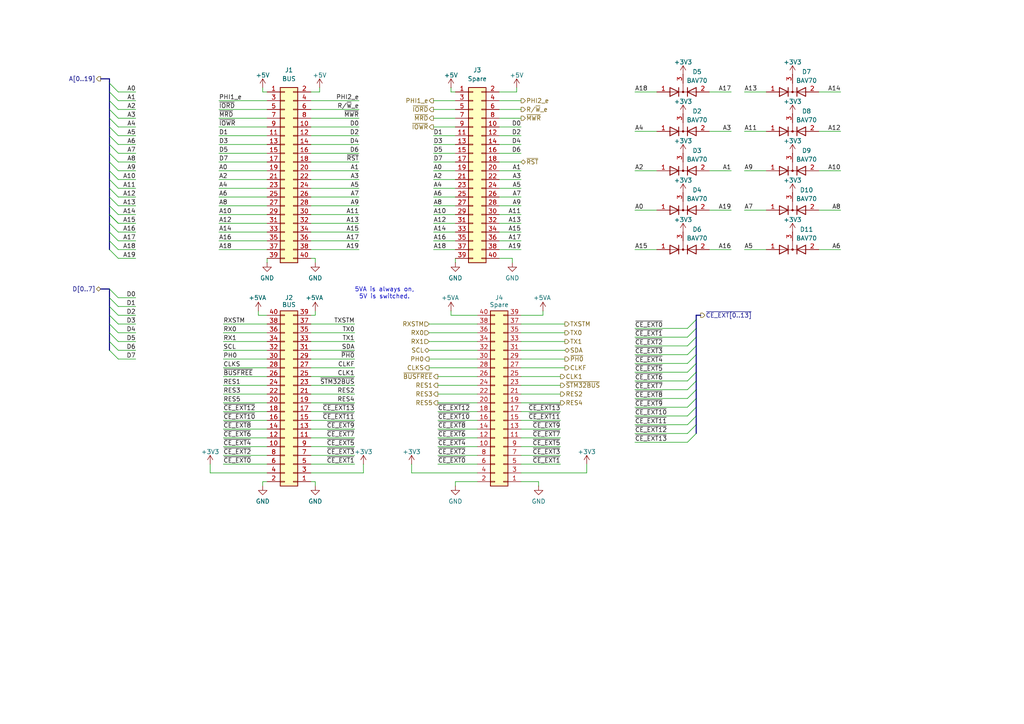
<source format=kicad_sch>
(kicad_sch (version 20231120) (generator "eeschema") (generator_version "8.0")
  (paper "A4")
  (title_block (title "Unicomp v3 - RAMROM Board") (date "2024-05-13") (rev "v1.0") (company "100% Offner") (comment 1 "v1.0: Initial"))
  (lib_symbols
    (symbol "Connector_Generic:Conn_02x20_Odd_Even" (pin_names (offset 1.016) hide)
      (property "Reference" "J" (at 1.27 25.4 0))
      (property "Value" "Conn_02x20_Odd_Even" (at 1.27 -27.94 0))
      (symbol "Conn_02x20_Odd_Even_1_1"
        (rectangle (start -1.27 -25.273) (end 0 -25.527) (stroke (width 0.1524)))
        (rectangle (start -1.27 -22.733) (end 0 -22.987) (stroke (width 0.1524)))
        (rectangle (start -1.27 -20.193) (end 0 -20.447) (stroke (width 0.1524)))
        (rectangle (start -1.27 -17.653) (end 0 -17.907) (stroke (width 0.1524)))
        (rectangle (start -1.27 -15.113) (end 0 -15.367) (stroke (width 0.1524)))
        (rectangle (start -1.27 -12.573) (end 0 -12.827) (stroke (width 0.1524)))
        (rectangle (start -1.27 -10.033) (end 0 -10.287) (stroke (width 0.1524)))
        (rectangle (start -1.27 -7.493) (end 0 -7.747) (stroke (width 0.1524)))
        (rectangle (start -1.27 -4.953) (end 0 -5.207) (stroke (width 0.1524)))
        (rectangle (start -1.27 -2.413) (end 0 -2.667) (stroke (width 0.1524)))
        (rectangle (start -1.27 0.127) (end 0 -0.127) (stroke (width 0.1524)))
        (rectangle (start -1.27 2.667) (end 0 2.413) (stroke (width 0.1524)))
        (rectangle (start -1.27 5.207) (end 0 4.953) (stroke (width 0.1524)))
        (rectangle (start -1.27 7.747) (end 0 7.493) (stroke (width 0.1524)))
        (rectangle (start -1.27 10.287) (end 0 10.033) (stroke (width 0.1524)))
        (rectangle (start -1.27 12.827) (end 0 12.573) (stroke (width 0.1524)))
        (rectangle (start -1.27 15.367) (end 0 15.113) (stroke (width 0.1524)))
        (rectangle (start -1.27 17.907) (end 0 17.653) (stroke (width 0.1524)))
        (rectangle (start -1.27 20.447) (end 0 20.193) (stroke (width 0.1524)))
        (rectangle (start -1.27 22.987) (end 0 22.733) (stroke (width 0.1524)))
        (rectangle (start -1.27 24.13) (end 3.81 -26.67) (stroke (width 0.254)) (fill (type background)))
        (rectangle (start 3.81 -25.273) (end 2.54 -25.527) (stroke (width 0.1524)))
        (rectangle (start 3.81 -22.733) (end 2.54 -22.987) (stroke (width 0.1524)))
        (rectangle (start 3.81 -20.193) (end 2.54 -20.447) (stroke (width 0.1524)))
        (rectangle (start 3.81 -17.653) (end 2.54 -17.907) (stroke (width 0.1524)))
        (rectangle (start 3.81 -15.113) (end 2.54 -15.367) (stroke (width 0.1524)))
        (rectangle (start 3.81 -12.573) (end 2.54 -12.827) (stroke (width 0.1524)))
        (rectangle (start 3.81 -10.033) (end 2.54 -10.287) (stroke (width 0.1524)))
        (rectangle (start 3.81 -7.493) (end 2.54 -7.747) (stroke (width 0.1524)))
        (rectangle (start 3.81 -4.953) (end 2.54 -5.207) (stroke (width 0.1524)))
        (rectangle (start 3.81 -2.413) (end 2.54 -2.667) (stroke (width 0.1524)))
        (rectangle (start 3.81 0.127) (end 2.54 -0.127) (stroke (width 0.1524)))
        (rectangle (start 3.81 2.667) (end 2.54 2.413) (stroke (width 0.1524)))
        (rectangle (start 3.81 5.207) (end 2.54 4.953) (stroke (width 0.1524)))
        (rectangle (start 3.81 7.747) (end 2.54 7.493) (stroke (width 0.1524)))
        (rectangle (start 3.81 10.287) (end 2.54 10.033) (stroke (width 0.1524)))
        (rectangle (start 3.81 12.827) (end 2.54 12.573) (stroke (width 0.1524)))
        (rectangle (start 3.81 15.367) (end 2.54 15.113) (stroke (width 0.1524)))
        (rectangle (start 3.81 17.907) (end 2.54 17.653) (stroke (width 0.1524)))
        (rectangle (start 3.81 20.447) (end 2.54 20.193) (stroke (width 0.1524)))
        (rectangle (start 3.81 22.987) (end 2.54 22.733) (stroke (width 0.1524)))
        (pin passive line (at -5.08 22.86 0) (length 3.81) (name "Pin_1") (number "1"))
        (pin passive line (at 7.62 12.7 180) (length 3.81) (name "Pin_10") (number "10"))
        (pin passive line (at -5.08 10.16 0) (length 3.81) (name "Pin_11") (number "11"))
        (pin passive line (at 7.62 10.16 180) (length 3.81) (name "Pin_12") (number "12"))
        (pin passive line (at -5.08 7.62 0) (length 3.81) (name "Pin_13") (number "13"))
        (pin passive line (at 7.62 7.62 180) (length 3.81) (name "Pin_14") (number "14"))
        (pin passive line (at -5.08 5.08 0) (length 3.81) (name "Pin_15") (number "15"))
        (pin passive line (at 7.62 5.08 180) (length 3.81) (name "Pin_16") (number "16"))
        (pin passive line (at -5.08 2.54 0) (length 3.81) (name "Pin_17") (number "17"))
        (pin passive line (at 7.62 2.54 180) (length 3.81) (name "Pin_18") (number "18"))
        (pin passive line (at -5.08 0 0) (length 3.81) (name "Pin_19") (number "19"))
        (pin passive line (at 7.62 22.86 180) (length 3.81) (name "Pin_2") (number "2"))
        (pin passive line (at 7.62 0 180) (length 3.81) (name "Pin_20") (number "20"))
        (pin passive line (at -5.08 -2.54 0) (length 3.81) (name "Pin_21") (number "21"))
        (pin passive line (at 7.62 -2.54 180) (length 3.81) (name "Pin_22") (number "22"))
        (pin passive line (at -5.08 -5.08 0) (length 3.81) (name "Pin_23") (number "23"))
        (pin passive line (at 7.62 -5.08 180) (length 3.81) (name "Pin_24") (number "24"))
        (pin passive line (at -5.08 -7.62 0) (length 3.81) (name "Pin_25") (number "25"))
        (pin passive line (at 7.62 -7.62 180) (length 3.81) (name "Pin_26") (number "26"))
        (pin passive line (at -5.08 -10.16 0) (length 3.81) (name "Pin_27") (number "27"))
        (pin passive line (at 7.62 -10.16 180) (length 3.81) (name "Pin_28") (number "28"))
        (pin passive line (at -5.08 -12.7 0) (length 3.81) (name "Pin_29") (number "29"))
        (pin passive line (at -5.08 20.32 0) (length 3.81) (name "Pin_3") (number "3"))
        (pin passive line (at 7.62 -12.7 180) (length 3.81) (name "Pin_30") (number "30"))
        (pin passive line (at -5.08 -15.24 0) (length 3.81) (name "Pin_31") (number "31"))
        (pin passive line (at 7.62 -15.24 180) (length 3.81) (name "Pin_32") (number "32"))
        (pin passive line (at -5.08 -17.78 0) (length 3.81) (name "Pin_33") (number "33"))
        (pin passive line (at 7.62 -17.78 180) (length 3.81) (name "Pin_34") (number "34"))
        (pin passive line (at -5.08 -20.32 0) (length 3.81) (name "Pin_35") (number "35"))
        (pin passive line (at 7.62 -20.32 180) (length 3.81) (name "Pin_36") (number "36"))
        (pin passive line (at -5.08 -22.86 0) (length 3.81) (name "Pin_37") (number "37"))
        (pin passive line (at 7.62 -22.86 180) (length 3.81) (name "Pin_38") (number "38"))
        (pin passive line (at -5.08 -25.4 0) (length 3.81) (name "Pin_39") (number "39"))
        (pin passive line (at 7.62 20.32 180) (length 3.81) (name "Pin_4") (number "4"))
        (pin passive line (at 7.62 -25.4 180) (length 3.81) (name "Pin_40") (number "40"))
        (pin passive line (at -5.08 17.78 0) (length 3.81) (name "Pin_5") (number "5"))
        (pin passive line (at 7.62 17.78 180) (length 3.81) (name "Pin_6") (number "6"))
        (pin passive line (at -5.08 15.24 0) (length 3.81) (name "Pin_7") (number "7"))
        (pin passive line (at 7.62 15.24 180) (length 3.81) (name "Pin_8") (number "8"))
        (pin passive line (at -5.08 12.7 0) (length 3.81) (name "Pin_9") (number "9"))
      )
    )
    (symbol "Diode:BAV70" (pin_names hide)
      (property "Reference" "D" (at 0.635 -2.54 0))
      (property "Value" "BAV70" (at 0 2.54 0))
      (symbol "BAV70_0_1"
        (polyline (pts (xy -3.81 0) (xy 3.81 0)))
        (polyline (pts (xy 0 0) (xy 0 -2.54)))
        (polyline (pts (xy -1.27 -1.27) (xy -1.27 1.27) (xy -1.27 1.27)) (stroke (width 0.254)))
        (polyline (pts (xy 1.27 -1.27) (xy 1.27 1.27) (xy 1.27 1.27)) (stroke (width 0.254)))
        (polyline (pts (xy -3.81 1.27) (xy -1.27 0) (xy -3.81 -1.27) (xy -3.81 1.27) (xy -3.81 1.27) (xy -3.81 1.27)) (stroke (width 0.254)))
        (polyline (pts (xy 3.81 -1.27) (xy 1.27 0) (xy 3.81 1.27) (xy 3.81 -1.27) (xy 3.81 -1.27) (xy 3.81 -1.27)) (stroke (width 0.254)))
        (circle (center 0 0) (radius 0.254) (fill (type outline)))
        (pin passive line (at -7.62 0 0) (length 3.81) (name "A") (number "1"))
        (pin passive line (at 7.62 0 180) (length 3.81) (name "A") (number "2"))
        (pin passive line (at 0 -5.08 90) (length 2.54) (name "K") (number "3"))
      )
    )
    (symbol "power:+3V3" (power) (pin_numbers hide) (pin_names (offset 0) hide)
      (property "Value" "+3V3" (at 0 3.556 0))
      (symbol "+3V3_0_1"
        (polyline (pts (xy -0.762 1.27) (xy 0 2.54)))
        (polyline (pts (xy 0 0) (xy 0 2.54)))
        (polyline (pts (xy 0 2.54) (xy 0.762 1.27)))
      )
      (symbol "+3V3_1_1"
        (pin power_in line (at 0 0 90) (length 0) (name "~") (number "1"))
      )
    )
    (symbol "power:+5V" (power) (pin_numbers hide) (pin_names (offset 0) hide)
      (property "Value" "+5V" (at 0 3.556 0))
      (symbol "+5V_0_1"
        (polyline (pts (xy -0.762 1.27) (xy 0 2.54)))
        (polyline (pts (xy 0 0) (xy 0 2.54)))
        (polyline (pts (xy 0 2.54) (xy 0.762 1.27)))
      )
      (symbol "+5V_1_1"
        (pin power_in line (at 0 0 90) (length 0) (name "~") (number "1"))
      )
    )
    (symbol "power:+5VA" (power) (pin_numbers hide) (pin_names (offset 0) hide)
      (property "Value" "+5VA" (at 0 3.556 0))
      (symbol "+5VA_0_1"
        (polyline (pts (xy -0.762 1.27) (xy 0 2.54)))
        (polyline (pts (xy 0 0) (xy 0 2.54)))
        (polyline (pts (xy 0 2.54) (xy 0.762 1.27)))
      )
      (symbol "+5VA_1_1"
        (pin power_in line (at 0 0 90) (length 0) (name "~") (number "1"))
      )
    )
    (symbol "power:GND" (power) (pin_numbers hide) (pin_names (offset 0) hide)
      (property "Value" "GND" (at 0 -3.81 0))
      (symbol "GND_0_1"
        (polyline (pts (xy 0 0) (xy 0 -1.27) (xy 1.27 -1.27) (xy 0 -2.54) (xy -1.27 -1.27) (xy 0 -1.27)))
      )
      (symbol "GND_1_1"
        (pin power_in line (at 0 0 270) (length 0) (name "~") (number "1"))
      )
    )
  )
  (bus_entry (at 201.93 105.41) (size -2.54 2.54))
  (bus_entry (at 201.93 102.87) (size -2.54 2.54))
  (bus_entry (at 31.75 57.15) (size 2.54 2.54))
  (bus_entry (at 31.75 49.53) (size 2.54 2.54))
  (bus_entry (at 31.75 34.29) (size 2.54 2.54))
  (bus_entry (at 31.75 62.23) (size 2.54 2.54))
  (bus_entry (at 31.75 72.39) (size 2.54 2.54))
  (bus_entry (at 201.93 110.49) (size -2.54 2.54))
  (bus_entry (at 31.75 91.44) (size 2.54 2.54))
  (bus_entry (at 31.75 83.82) (size 2.54 2.54))
  (bus_entry (at 31.75 99.06) (size 2.54 2.54))
  (bus_entry (at 201.93 125.73) (size -2.54 2.54))
  (bus_entry (at 201.93 113.03) (size -2.54 2.54))
  (bus_entry (at 31.75 36.83) (size 2.54 2.54))
  (bus_entry (at 31.75 24.13) (size 2.54 2.54))
  (bus_entry (at 201.93 120.65) (size -2.54 2.54))
  (bus_entry (at 31.75 67.31) (size 2.54 2.54))
  (bus_entry (at 31.75 54.61) (size 2.54 2.54))
  (bus_entry (at 31.75 44.45) (size 2.54 2.54))
  (bus_entry (at 201.93 107.95) (size -2.54 2.54))
  (bus_entry (at 31.75 86.36) (size 2.54 2.54))
  (bus_entry (at 31.75 41.91) (size 2.54 2.54))
  (bus_entry (at 31.75 46.99) (size 2.54 2.54))
  (bus_entry (at 31.75 39.37) (size 2.54 2.54))
  (bus_entry (at 201.93 118.11) (size -2.54 2.54))
  (bus_entry (at 31.75 31.75) (size 2.54 2.54))
  (bus_entry (at 31.75 29.21) (size 2.54 2.54))
  (bus_entry (at 201.93 123.19) (size -2.54 2.54))
  (bus_entry (at 201.93 100.33) (size -2.54 2.54))
  (bus_entry (at 31.75 96.52) (size 2.54 2.54))
  (bus_entry (at 201.93 115.57) (size -2.54 2.54))
  (bus_entry (at 31.75 26.67) (size 2.54 2.54))
  (bus_entry (at 31.75 88.9) (size 2.54 2.54))
  (bus_entry (at 31.75 52.07) (size 2.54 2.54))
  (bus_entry (at 201.93 97.79) (size -2.54 2.54))
  (bus_entry (at 201.93 95.25) (size -2.54 2.54))
  (bus_entry (at 31.75 62.23) (size 2.54 2.54))
  (bus_entry (at 31.75 69.85) (size 2.54 2.54))
  (bus_entry (at 31.75 59.69) (size 2.54 2.54))
  (bus_entry (at 201.93 92.71) (size -2.54 2.54))
  (bus_entry (at 31.75 93.98) (size 2.54 2.54))
  (bus_entry (at 31.75 64.77) (size 2.54 2.54))
  (bus_entry (at 31.75 101.6) (size 2.54 2.54))
  (wire (pts (xy 39.37 91.44) (xy 34.29 91.44)))
  (wire (pts (xy 125.73 41.91) (xy 132.08 41.91)))
  (bus (pts (xy 31.75 91.44) (xy 31.75 88.9)))
  (wire (pts (xy 215.9 49.53) (xy 222.25 49.53)))
  (bus (pts (xy 31.75 31.75) (xy 31.75 29.21)))
  (wire (pts (xy 91.44 74.93) (xy 90.17 74.93)))
  (wire (pts (xy 184.15 105.41) (xy 199.39 105.41)))
  (bus (pts (xy 201.93 102.87) (xy 201.93 105.41)))
  (wire (pts (xy 151.13 116.84) (xy 162.56 116.84)))
  (wire (pts (xy 125.73 44.45) (xy 132.08 44.45)))
  (wire (pts (xy 63.5 29.21) (xy 77.47 29.21)))
  (wire (pts (xy 144.78 57.15) (xy 151.13 57.15)))
  (wire (pts (xy 91.44 90.17) (xy 91.44 91.44)))
  (wire (pts (xy 156.21 139.7) (xy 151.13 139.7)))
  (wire (pts (xy 39.37 104.14) (xy 34.29 104.14)))
  (wire (pts (xy 90.17 99.06) (xy 102.87 99.06)))
  (wire (pts (xy 170.18 134.62) (xy 170.18 137.16)))
  (wire (pts (xy 125.73 39.37) (xy 132.08 39.37)))
  (wire (pts (xy 63.5 64.77) (xy 77.47 64.77)))
  (wire (pts (xy 130.81 90.17) (xy 130.81 91.44)))
  (wire (pts (xy 64.77 134.62) (xy 77.47 134.62)))
  (wire (pts (xy 144.78 64.77) (xy 151.13 64.77)))
  (wire (pts (xy 144.78 69.85) (xy 151.13 69.85)))
  (wire (pts (xy 64.77 121.92) (xy 77.47 121.92)))
  (wire (pts (xy 151.13 129.54) (xy 162.56 129.54)))
  (wire (pts (xy 237.49 38.1) (xy 243.84 38.1)))
  (wire (pts (xy 215.9 38.1) (xy 222.25 38.1)))
  (wire (pts (xy 127 111.76) (xy 138.43 111.76)))
  (wire (pts (xy 90.17 64.77) (xy 104.14 64.77)))
  (wire (pts (xy 149.86 26.67) (xy 144.78 26.67)))
  (wire (pts (xy 39.37 69.85) (xy 34.29 69.85)))
  (wire (pts (xy 91.44 76.2) (xy 91.44 74.93)))
  (wire (pts (xy 151.13 99.06) (xy 163.83 99.06)))
  (wire (pts (xy 90.17 59.69) (xy 104.14 59.69)))
  (wire (pts (xy 127 127) (xy 138.43 127)))
  (wire (pts (xy 184.15 97.79) (xy 199.39 97.79)))
  (wire (pts (xy 130.81 91.44) (xy 138.43 91.44)))
  (bus (pts (xy 201.93 91.44) (xy 201.93 92.71)))
  (wire (pts (xy 63.5 36.83) (xy 77.47 36.83)))
  (wire (pts (xy 63.5 39.37) (xy 77.47 39.37)))
  (wire (pts (xy 184.15 102.87) (xy 199.39 102.87)))
  (wire (pts (xy 205.74 60.96) (xy 212.09 60.96)))
  (wire (pts (xy 90.17 116.84) (xy 102.87 116.84)))
  (wire (pts (xy 184.15 72.39) (xy 190.5 72.39)))
  (wire (pts (xy 157.48 90.17) (xy 157.48 91.44)))
  (wire (pts (xy 125.73 69.85) (xy 132.08 69.85)))
  (wire (pts (xy 60.96 137.16) (xy 77.47 137.16)))
  (bus (pts (xy 201.93 95.25) (xy 201.93 97.79)))
  (wire (pts (xy 205.74 49.53) (xy 212.09 49.53)))
  (wire (pts (xy 148.59 76.2) (xy 148.59 74.93)))
  (wire (pts (xy 205.74 72.39) (xy 212.09 72.39)))
  (wire (pts (xy 151.13 127) (xy 162.56 127)))
  (bus (pts (xy 31.75 99.06) (xy 31.75 96.52)))
  (wire (pts (xy 215.9 26.67) (xy 222.25 26.67)))
  (bus (pts (xy 31.75 88.9) (xy 31.75 86.36)))
  (wire (pts (xy 125.73 46.99) (xy 132.08 46.99)))
  (wire (pts (xy 76.2 25.4) (xy 76.2 26.67)))
  (wire (pts (xy 125.73 31.75) (xy 132.08 31.75)))
  (wire (pts (xy 39.37 36.83) (xy 34.29 36.83)))
  (wire (pts (xy 39.37 57.15) (xy 34.29 57.15)))
  (wire (pts (xy 74.93 91.44) (xy 77.47 91.44)))
  (bus (pts (xy 31.75 64.77) (xy 31.75 62.23)))
  (wire (pts (xy 39.37 62.23) (xy 34.29 62.23)))
  (wire (pts (xy 64.77 99.06) (xy 77.47 99.06)))
  (wire (pts (xy 149.86 25.4) (xy 149.86 26.67)))
  (wire (pts (xy 125.73 57.15) (xy 132.08 57.15)))
  (wire (pts (xy 39.37 52.07) (xy 34.29 52.07)))
  (wire (pts (xy 90.17 36.83) (xy 104.14 36.83)))
  (bus (pts (xy 201.93 123.19) (xy 201.93 125.73)))
  (wire (pts (xy 39.37 49.53) (xy 34.29 49.53)))
  (bus (pts (xy 31.75 44.45) (xy 31.75 41.91)))
  (wire (pts (xy 92.71 25.4) (xy 92.71 26.67)))
  (wire (pts (xy 90.17 31.75) (xy 104.14 31.75)))
  (wire (pts (xy 64.77 124.46) (xy 77.47 124.46)))
  (bus (pts (xy 31.75 86.36) (xy 31.75 83.82)))
  (wire (pts (xy 64.77 106.68) (xy 77.47 106.68)))
  (wire (pts (xy 39.37 88.9) (xy 34.29 88.9)))
  (wire (pts (xy 184.15 26.67) (xy 190.5 26.67)))
  (wire (pts (xy 64.77 101.6) (xy 77.47 101.6)))
  (wire (pts (xy 64.77 114.3) (xy 77.47 114.3)))
  (bus (pts (xy 31.75 69.85) (xy 31.75 67.31)))
  (wire (pts (xy 39.37 46.99) (xy 34.29 46.99)))
  (wire (pts (xy 125.73 59.69) (xy 132.08 59.69)))
  (wire (pts (xy 39.37 96.52) (xy 34.29 96.52)))
  (wire (pts (xy 64.77 129.54) (xy 77.47 129.54)))
  (wire (pts (xy 39.37 39.37) (xy 34.29 39.37)))
  (wire (pts (xy 237.49 49.53) (xy 243.84 49.53)))
  (wire (pts (xy 125.73 36.83) (xy 132.08 36.83)))
  (wire (pts (xy 125.73 52.07) (xy 132.08 52.07)))
  (wire (pts (xy 39.37 34.29) (xy 34.29 34.29)))
  (wire (pts (xy 63.5 31.75) (xy 77.47 31.75)))
  (wire (pts (xy 127 116.84) (xy 138.43 116.84)))
  (wire (pts (xy 151.13 124.46) (xy 162.56 124.46)))
  (wire (pts (xy 184.15 123.19) (xy 199.39 123.19)))
  (wire (pts (xy 130.81 26.67) (xy 132.08 26.67)))
  (wire (pts (xy 151.13 101.6) (xy 163.83 101.6)))
  (bus (pts (xy 201.93 107.95) (xy 201.93 110.49)))
  (wire (pts (xy 184.15 107.95) (xy 199.39 107.95)))
  (bus (pts (xy 31.75 39.37) (xy 31.75 36.83)))
  (wire (pts (xy 63.5 52.07) (xy 77.47 52.07)))
  (wire (pts (xy 90.17 134.62) (xy 102.87 134.62)))
  (bus (pts (xy 31.75 93.98) (xy 31.75 91.44)))
  (wire (pts (xy 39.37 44.45) (xy 34.29 44.45)))
  (wire (pts (xy 157.48 91.44) (xy 151.13 91.44)))
  (wire (pts (xy 127 114.3) (xy 138.43 114.3)))
  (wire (pts (xy 124.46 106.68) (xy 138.43 106.68)))
  (wire (pts (xy 77.47 76.2) (xy 77.47 74.93)))
  (wire (pts (xy 63.5 72.39) (xy 77.47 72.39)))
  (wire (pts (xy 151.13 109.22) (xy 162.56 109.22)))
  (wire (pts (xy 90.17 69.85) (xy 104.14 69.85)))
  (wire (pts (xy 184.15 100.33) (xy 199.39 100.33)))
  (wire (pts (xy 63.5 62.23) (xy 77.47 62.23)))
  (wire (pts (xy 127 119.38) (xy 138.43 119.38)))
  (wire (pts (xy 63.5 59.69) (xy 77.47 59.69)))
  (wire (pts (xy 90.17 57.15) (xy 104.14 57.15)))
  (wire (pts (xy 91.44 91.44) (xy 90.17 91.44)))
  (wire (pts (xy 125.73 62.23) (xy 132.08 62.23)))
  (bus (pts (xy 31.75 52.07) (xy 31.75 49.53)))
  (bus (pts (xy 31.75 54.61) (xy 31.75 52.07)))
  (wire (pts (xy 39.37 64.77) (xy 34.29 64.77)))
  (bus (pts (xy 203.2 91.44) (xy 201.93 91.44)))
  (wire (pts (xy 184.15 95.25) (xy 199.39 95.25)))
  (wire (pts (xy 144.78 62.23) (xy 151.13 62.23)))
  (wire (pts (xy 125.73 34.29) (xy 132.08 34.29)))
  (wire (pts (xy 237.49 26.67) (xy 243.84 26.67)))
  (bus (pts (xy 31.75 72.39) (xy 31.75 69.85)))
  (wire (pts (xy 144.78 67.31) (xy 151.13 67.31)))
  (wire (pts (xy 151.13 132.08) (xy 162.56 132.08)))
  (wire (pts (xy 119.38 137.16) (xy 138.43 137.16)))
  (wire (pts (xy 151.13 96.52) (xy 163.83 96.52)))
  (wire (pts (xy 63.5 54.61) (xy 77.47 54.61)))
  (bus (pts (xy 31.75 49.53) (xy 31.75 46.99)))
  (wire (pts (xy 76.2 140.97) (xy 76.2 139.7)))
  (wire (pts (xy 156.21 140.97) (xy 156.21 139.7)))
  (wire (pts (xy 39.37 99.06) (xy 34.29 99.06)))
  (wire (pts (xy 91.44 140.97) (xy 91.44 139.7)))
  (bus (pts (xy 31.75 29.21) (xy 31.75 26.67)))
  (wire (pts (xy 125.73 67.31) (xy 132.08 67.31)))
  (wire (pts (xy 144.78 49.53) (xy 151.13 49.53)))
  (wire (pts (xy 39.37 86.36) (xy 34.29 86.36)))
  (bus (pts (xy 31.75 83.82) (xy 29.21 83.82)))
  (wire (pts (xy 127 121.92) (xy 138.43 121.92)))
  (wire (pts (xy 127 129.54) (xy 138.43 129.54)))
  (wire (pts (xy 63.5 34.29) (xy 77.47 34.29)))
  (wire (pts (xy 144.78 34.29) (xy 151.13 34.29)))
  (wire (pts (xy 184.15 118.11) (xy 199.39 118.11)))
  (wire (pts (xy 63.5 46.99) (xy 77.47 46.99)))
  (wire (pts (xy 90.17 106.68) (xy 102.87 106.68)))
  (wire (pts (xy 144.78 29.21) (xy 151.13 29.21)))
  (wire (pts (xy 76.2 26.67) (xy 77.47 26.67)))
  (wire (pts (xy 90.17 114.3) (xy 102.87 114.3)))
  (wire (pts (xy 184.15 125.73) (xy 199.39 125.73)))
  (wire (pts (xy 132.08 76.2) (xy 132.08 74.93)))
  (wire (pts (xy 125.73 72.39) (xy 132.08 72.39)))
  (wire (pts (xy 74.93 90.17) (xy 74.93 91.44)))
  (wire (pts (xy 64.77 109.22) (xy 77.47 109.22)))
  (wire (pts (xy 39.37 74.93) (xy 34.29 74.93)))
  (wire (pts (xy 90.17 104.14) (xy 102.87 104.14)))
  (wire (pts (xy 184.15 128.27) (xy 199.39 128.27)))
  (wire (pts (xy 90.17 44.45) (xy 104.14 44.45)))
  (bus (pts (xy 201.93 118.11) (xy 201.93 120.65)))
  (wire (pts (xy 64.77 111.76) (xy 77.47 111.76)))
  (wire (pts (xy 144.78 54.61) (xy 151.13 54.61)))
  (bus (pts (xy 201.93 110.49) (xy 201.93 113.03)))
  (wire (pts (xy 124.46 101.6) (xy 138.43 101.6)))
  (bus (pts (xy 31.75 57.15) (xy 31.75 54.61)))
  (bus (pts (xy 201.93 100.33) (xy 201.93 102.87)))
  (wire (pts (xy 151.13 93.98) (xy 163.83 93.98)))
  (wire (pts (xy 63.5 69.85) (xy 77.47 69.85)))
  (wire (pts (xy 64.77 93.98) (xy 77.47 93.98)))
  (wire (pts (xy 39.37 31.75) (xy 34.29 31.75)))
  (wire (pts (xy 237.49 60.96) (xy 243.84 60.96)))
  (wire (pts (xy 90.17 62.23) (xy 104.14 62.23)))
  (wire (pts (xy 124.46 96.52) (xy 138.43 96.52)))
  (wire (pts (xy 127 124.46) (xy 138.43 124.46)))
  (wire (pts (xy 90.17 49.53) (xy 104.14 49.53)))
  (bus (pts (xy 31.75 46.99) (xy 31.75 44.45)))
  (wire (pts (xy 64.77 96.52) (xy 77.47 96.52)))
  (wire (pts (xy 124.46 104.14) (xy 138.43 104.14)))
  (wire (pts (xy 205.74 26.67) (xy 212.09 26.67)))
  (wire (pts (xy 184.15 49.53) (xy 190.5 49.53)))
  (wire (pts (xy 90.17 127) (xy 102.87 127)))
  (wire (pts (xy 92.71 26.67) (xy 90.17 26.67)))
  (wire (pts (xy 76.2 139.7) (xy 77.47 139.7)))
  (wire (pts (xy 124.46 99.06) (xy 138.43 99.06)))
  (wire (pts (xy 144.78 44.45) (xy 151.13 44.45)))
  (wire (pts (xy 144.78 59.69) (xy 151.13 59.69)))
  (wire (pts (xy 125.73 54.61) (xy 132.08 54.61)))
  (wire (pts (xy 63.5 67.31) (xy 77.47 67.31)))
  (wire (pts (xy 184.15 113.03) (xy 199.39 113.03)))
  (wire (pts (xy 127 132.08) (xy 138.43 132.08)))
  (wire (pts (xy 90.17 119.38) (xy 102.87 119.38)))
  (wire (pts (xy 63.5 41.91) (xy 77.47 41.91)))
  (wire (pts (xy 39.37 59.69) (xy 34.29 59.69)))
  (wire (pts (xy 63.5 44.45) (xy 77.47 44.45)))
  (wire (pts (xy 60.96 134.62) (xy 60.96 137.16)))
  (wire (pts (xy 151.13 119.38) (xy 162.56 119.38)))
  (wire (pts (xy 64.77 116.84) (xy 77.47 116.84)))
  (wire (pts (xy 90.17 129.54) (xy 102.87 129.54)))
  (wire (pts (xy 127 134.62) (xy 138.43 134.62)))
  (wire (pts (xy 39.37 93.98) (xy 34.29 93.98)))
  (wire (pts (xy 64.77 127) (xy 77.47 127)))
  (wire (pts (xy 39.37 101.6) (xy 34.29 101.6)))
  (wire (pts (xy 64.77 119.38) (xy 77.47 119.38)))
  (wire (pts (xy 144.78 31.75) (xy 151.13 31.75)))
  (bus (pts (xy 201.93 113.03) (xy 201.93 115.57)))
  (bus (pts (xy 31.75 36.83) (xy 31.75 34.29)))
  (wire (pts (xy 151.13 111.76) (xy 162.56 111.76)))
  (wire (pts (xy 90.17 41.91) (xy 104.14 41.91)))
  (wire (pts (xy 151.13 137.16) (xy 170.18 137.16)))
  (wire (pts (xy 63.5 57.15) (xy 77.47 57.15)))
  (wire (pts (xy 148.59 74.93) (xy 144.78 74.93)))
  (wire (pts (xy 90.17 39.37) (xy 104.14 39.37)))
  (wire (pts (xy 119.38 134.62) (xy 119.38 137.16)))
  (wire (pts (xy 90.17 34.29) (xy 104.14 34.29)))
  (wire (pts (xy 39.37 41.91) (xy 34.29 41.91)))
  (wire (pts (xy 132.08 139.7) (xy 138.43 139.7)))
  (wire (pts (xy 125.73 64.77) (xy 132.08 64.77)))
  (wire (pts (xy 39.37 29.21) (xy 34.29 29.21)))
  (wire (pts (xy 90.17 93.98) (xy 102.87 93.98)))
  (wire (pts (xy 144.78 41.91) (xy 151.13 41.91)))
  (wire (pts (xy 144.78 46.99) (xy 151.13 46.99)))
  (wire (pts (xy 184.15 38.1) (xy 190.5 38.1)))
  (bus (pts (xy 201.93 92.71) (xy 201.93 95.25)))
  (bus (pts (xy 31.75 59.69) (xy 31.75 57.15)))
  (wire (pts (xy 90.17 101.6) (xy 102.87 101.6)))
  (wire (pts (xy 90.17 124.46) (xy 102.87 124.46)))
  (wire (pts (xy 215.9 60.96) (xy 222.25 60.96)))
  (bus (pts (xy 31.75 41.91) (xy 31.75 39.37)))
  (wire (pts (xy 90.17 109.22) (xy 102.87 109.22)))
  (wire (pts (xy 151.13 104.14) (xy 163.83 104.14)))
  (wire (pts (xy 125.73 29.21) (xy 132.08 29.21)))
  (wire (pts (xy 184.15 110.49) (xy 199.39 110.49)))
  (bus (pts (xy 31.75 26.67) (xy 31.75 24.13)))
  (wire (pts (xy 184.15 120.65) (xy 199.39 120.65)))
  (wire (pts (xy 64.77 132.08) (xy 77.47 132.08)))
  (bus (pts (xy 31.75 62.23) (xy 31.75 59.69)))
  (wire (pts (xy 39.37 72.39) (xy 34.29 72.39)))
  (wire (pts (xy 90.17 111.76) (xy 102.87 111.76)))
  (wire (pts (xy 39.37 67.31) (xy 34.29 67.31)))
  (bus (pts (xy 31.75 24.13) (xy 31.75 22.86)))
  (wire (pts (xy 130.81 25.4) (xy 130.81 26.67)))
  (wire (pts (xy 90.17 121.92) (xy 102.87 121.92)))
  (wire (pts (xy 90.17 137.16) (xy 105.41 137.16)))
  (bus (pts (xy 31.75 96.52) (xy 31.75 93.98)))
  (wire (pts (xy 184.15 60.96) (xy 190.5 60.96)))
  (wire (pts (xy 90.17 67.31) (xy 104.14 67.31)))
  (wire (pts (xy 63.5 49.53) (xy 77.47 49.53)))
  (wire (pts (xy 90.17 29.21) (xy 104.14 29.21)))
  (bus (pts (xy 201.93 115.57) (xy 201.93 118.11)))
  (wire (pts (xy 90.17 52.07) (xy 104.14 52.07)))
  (wire (pts (xy 90.17 54.61) (xy 104.14 54.61)))
  (wire (pts (xy 125.73 49.53) (xy 132.08 49.53)))
  (wire (pts (xy 39.37 26.67) (xy 34.29 26.67)))
  (wire (pts (xy 144.78 72.39) (xy 151.13 72.39)))
  (bus (pts (xy 31.75 101.6) (xy 31.75 99.06)))
  (wire (pts (xy 90.17 72.39) (xy 104.14 72.39)))
  (wire (pts (xy 151.13 121.92) (xy 162.56 121.92)))
  (wire (pts (xy 151.13 134.62) (xy 162.56 134.62)))
  (wire (pts (xy 151.13 114.3) (xy 162.56 114.3)))
  (wire (pts (xy 215.9 72.39) (xy 222.25 72.39)))
  (bus (pts (xy 31.75 67.31) (xy 31.75 64.77)))
  (wire (pts (xy 144.78 39.37) (xy 151.13 39.37)))
  (wire (pts (xy 144.78 52.07) (xy 151.13 52.07)))
  (wire (pts (xy 90.17 132.08) (xy 102.87 132.08)))
  (wire (pts (xy 127 109.22) (xy 138.43 109.22)))
  (wire (pts (xy 105.41 134.62) (xy 105.41 137.16)))
  (wire (pts (xy 91.44 139.7) (xy 90.17 139.7)))
  (wire (pts (xy 184.15 115.57) (xy 199.39 115.57)))
  (wire (pts (xy 151.13 106.68) (xy 163.83 106.68)))
  (wire (pts (xy 237.49 72.39) (xy 243.84 72.39)))
  (wire (pts (xy 90.17 46.99) (xy 104.14 46.99)))
  (bus (pts (xy 31.75 22.86) (xy 29.21 22.86)))
  (wire (pts (xy 144.78 36.83) (xy 151.13 36.83)))
  (bus (pts (xy 201.93 120.65) (xy 201.93 123.19)))
  (wire (pts (xy 132.08 140.97) (xy 132.08 139.7)))
  (wire (pts (xy 205.74 38.1) (xy 212.09 38.1)))
  (wire (pts (xy 90.17 96.52) (xy 102.87 96.52)))
  (bus (pts (xy 201.93 97.79) (xy 201.93 100.33)))
  (wire (pts (xy 39.37 54.61) (xy 34.29 54.61)))
  (bus (pts (xy 201.93 105.41) (xy 201.93 107.95)))
  (wire (pts (xy 124.46 93.98) (xy 138.43 93.98)))
  (bus (pts (xy 31.75 34.29) (xy 31.75 31.75)))
  (wire (pts (xy 64.77 104.14) (xy 77.47 104.14)))
  (text "5VA is always on,\n5V is switched." (at 111.506 85.09 0) (effects (font (size 1.27 1.27))))
  (label "D7" (at 63.5 46.99 0))
  (label "A2" (at 184.15 49.53 0))
  (label "~{CE_EXT8}" (at 64.77 124.46 0))
  (label "A7" (at 215.9 60.96 0))
  (label "~{CE_EXT1}" (at 102.87 134.62 180))
  (label "A3" (at 212.09 38.1 180))
  (label "A12" (at 243.84 38.1 180))
  (label "~{CE_EXT7}" (at 184.15 113.03 0))
  (label "A19" (at 151.13 72.39 180))
  (label "~{CE_EXT13}" (at 184.15 128.27 0))
  (label "~{CE_EXT6}" (at 64.77 127 0))
  (label "A15" (at 151.13 67.31 180))
  (label "A0" (at 39.37 26.67 180))
  (label "RX1" (at 64.77 99.06 0))
  (label "A6" (at 243.84 72.39 180))
  (label "A17" (at 39.37 69.85 180))
  (label "A13" (at 215.9 26.67 0))
  (label "A17" (at 104.14 69.85 180))
  (label "A0" (at 63.5 49.53 0))
  (label "~{CE_EXT5}" (at 162.56 129.54 180))
  (label "~{CE_EXT1}" (at 162.56 134.62 180))
  (label "A6" (at 63.5 57.15 0))
  (label "A18" (at 63.5 72.39 0))
  (label "A7" (at 151.13 57.15 180))
  (label "A17" (at 151.13 69.85 180))
  (label "D7" (at 125.73 46.99 0))
  (label "RES5" (at 64.77 116.84 0))
  (label "~{CE_EXT8}" (at 127 124.46 0))
  (label "A11" (at 151.13 62.23 180))
  (label "D6" (at 151.13 44.45 180))
  (label "~{CE_EXT13}" (at 102.87 119.38 180))
  (label "D2" (at 39.37 91.44 180))
  (label "D7" (at 39.37 104.14 180))
  (label "A13" (at 104.14 64.77 180))
  (label "A0" (at 125.73 49.53 0))
  (label "A16" (at 63.5 69.85 0))
  (label "A5" (at 39.37 39.37 180))
  (label "A15" (at 39.37 64.77 180))
  (label "A9" (at 39.37 49.53 180))
  (label "~{CE_EXT4}" (at 64.77 129.54 0))
  (label "A4" (at 125.73 54.61 0))
  (label "~{CE_EXT11}" (at 184.15 123.19 0))
  (label "~{CE_EXT13}" (at 162.56 119.38 180))
  (label "A5" (at 104.14 54.61 180))
  (label "A12" (at 63.5 64.77 0))
  (label "D2" (at 104.14 39.37 180))
  (label "A8" (at 63.5 59.69 0))
  (label "CLK1" (at 102.87 109.22 180))
  (label "~{CE_EXT5}" (at 102.87 129.54 180))
  (label "A9" (at 215.9 49.53 0))
  (label "SDA" (at 102.87 101.6 180))
  (label "D5" (at 39.37 99.06 180))
  (label "A11" (at 39.37 54.61 180))
  (label "CLKF" (at 102.87 106.68 180))
  (label "A2" (at 63.5 52.07 0))
  (label "~{CE_EXT3}" (at 184.15 102.87 0))
  (label "~{CE_EXT6}" (at 127 127 0))
  (label "~{CE_EXT6}" (at 184.15 110.49 0))
  (label "A5" (at 151.13 54.61 180))
  (label "A17" (at 212.09 26.67 180))
  (label "A19" (at 212.09 60.96 180))
  (label "A11" (at 104.14 62.23 180))
  (label "~{CE_EXT0}" (at 127 134.62 0))
  (label "A7" (at 104.14 57.15 180))
  (label "A10" (at 39.37 52.07 180))
  (label "A16" (at 125.73 69.85 0))
  (label "A9" (at 151.13 59.69 180))
  (label "~{CE_EXT12}" (at 127 119.38 0))
  (label "~{CE_EXT0}" (at 64.77 134.62 0))
  (label "~{IORD}" (at 63.5 31.75 0))
  (label "A3" (at 151.13 52.07 180))
  (label "A2" (at 125.73 52.07 0))
  (label "~{CE_EXT7}" (at 102.87 127 180))
  (label "RES4" (at 102.87 116.84 180))
  (label "~{CE_EXT0}" (at 184.15 95.25 0))
  (label "A18" (at 184.15 26.67 0))
  (label "D0" (at 39.37 86.36 180))
  (label "~{CE_EXT3}" (at 102.87 132.08 180))
  (label "A7" (at 39.37 44.45 180))
  (label "~{CE_EXT9}" (at 184.15 118.11 0))
  (label "A15" (at 104.14 67.31 180))
  (label "PH0" (at 64.77 104.14 0))
  (label "A5" (at 215.9 72.39 0))
  (label "TX0" (at 102.87 96.52 180))
  (label "~{CE_EXT8}" (at 184.15 115.57 0))
  (label "~{MWR}" (at 104.14 34.29 180))
  (label "A19" (at 104.14 72.39 180))
  (label "D3" (at 63.5 41.91 0))
  (label "RES1" (at 64.77 111.76 0))
  (label "D4" (at 151.13 41.91 180))
  (label "A3" (at 39.37 34.29 180))
  (label "D0" (at 151.13 36.83 180))
  (label "A14" (at 63.5 67.31 0))
  (label "A10" (at 125.73 62.23 0))
  (label "~{RST}" (at 104.14 46.99 180))
  (label "A4" (at 184.15 38.1 0))
  (label "D1" (at 125.73 39.37 0))
  (label "D4" (at 104.14 41.91 180))
  (label "A12" (at 39.37 57.15 180))
  (label "~{CE_EXT2}" (at 127 132.08 0))
  (label "D1" (at 39.37 88.9 180))
  (label "~{CE_EXT5}" (at 184.15 107.95 0))
  (label "~{BUSFREE}" (at 64.77 109.22 0))
  (label "D5" (at 125.73 44.45 0))
  (label "A8" (at 125.73 59.69 0))
  (label "D3" (at 39.37 93.98 180))
  (label "~{IOWR}" (at 63.5 36.83 0))
  (label "A4" (at 39.37 36.83 180))
  (label "~{CE_EXT9}" (at 162.56 124.46 180))
  (label "A10" (at 63.5 62.23 0))
  (label "A14" (at 39.37 62.23 180))
  (label "~{CE_EXT10}" (at 127 121.92 0))
  (label "D6" (at 104.14 44.45 180))
  (label "~{CE_EXT10}" (at 184.15 120.65 0))
  (label "A2" (at 39.37 31.75 180))
  (label "A16" (at 212.09 72.39 180))
  (label "D5" (at 63.5 44.45 0))
  (label "R{slash}~{W}_e" (at 104.14 31.75 180))
  (label "D2" (at 151.13 39.37 180))
  (label "CLKS" (at 64.77 106.68 0))
  (label "PHI2_e" (at 104.14 29.21 180))
  (label "A1" (at 212.09 49.53 180))
  (label "D1" (at 63.5 39.37 0))
  (label "A6" (at 125.73 57.15 0))
  (label "A13" (at 39.37 59.69 180))
  (label "A14" (at 125.73 67.31 0))
  (label "RES2" (at 102.87 114.3 180))
  (label "A14" (at 243.84 26.67 180))
  (label "A18" (at 39.37 72.39 180))
  (label "A13" (at 151.13 64.77 180))
  (label "~{CE_EXT7}" (at 162.56 127 180))
  (label "~{CE_EXT2}" (at 184.15 100.33 0))
  (label "~{CE_EXT10}" (at 64.77 121.92 0))
  (label "~{CE_EXT11}" (at 162.56 121.92 180))
  (label "A1" (at 104.14 49.53 180))
  (label "A15" (at 184.15 72.39 0))
  (label "~{CE_EXT11}" (at 102.87 121.92 180))
  (label "TXSTM" (at 102.87 93.98 180))
  (label "A12" (at 125.73 64.77 0))
  (label "~{CE_EXT2}" (at 64.77 132.08 0))
  (label "A3" (at 104.14 52.07 180))
  (label "~{CE_EXT12}" (at 64.77 119.38 0))
  (label "~{CE_EXT1}" (at 184.15 97.79 0))
  (label "A4" (at 63.5 54.61 0))
  (label "D3" (at 125.73 41.91 0))
  (label "~{CE_EXT3}" (at 162.56 132.08 180))
  (label "D6" (at 39.37 101.6 180))
  (label "D4" (at 39.37 96.52 180))
  (label "TX1" (at 102.87 99.06 180))
  (label "~{CE_EXT12}" (at 184.15 125.73 0))
  (label "SCL" (at 64.77 101.6 0))
  (label "A9" (at 104.14 59.69 180))
  (label "A6" (at 39.37 41.91 180))
  (label "A18" (at 125.73 72.39 0))
  (label "RXSTM" (at 64.77 93.98 0))
  (label "~{PH0}" (at 102.87 104.14 180))
  (label "D0" (at 104.14 36.83 180))
  (label "RX0" (at 64.77 96.52 0))
  (label "~{MRD}" (at 63.5 34.29 0))
  (label "RES3" (at 64.77 114.3 0))
  (label "A19" (at 39.37 74.93 180))
  (label "PHI1_e" (at 63.5 29.21 0))
  (label "A8" (at 243.84 60.96 180))
  (label "~{STM32BUS}" (at 102.87 111.76 180))
  (label "~{CE_EXT4}" (at 184.15 105.41 0))
  (label "A10" (at 243.84 49.53 180))
  (label "A0" (at 184.15 60.96 0))
  (label "A16" (at 39.37 67.31 180))
  (label "A11" (at 215.9 38.1 0))
  (label "A8" (at 39.37 46.99 180))
  (label "A1" (at 39.37 29.21 180))
  (label "~{CE_EXT4}" (at 127 129.54 0))
  (label "A1" (at 151.13 49.53 180))
  (label "~{CE_EXT9}" (at 102.87 124.46 180))
  (hierarchical_label "RES1" (shape output) (at 127 111.76 180))
  (hierarchical_label "RES5" (shape output) (at 127 116.84 180))
  (hierarchical_label "CLKF" (shape output) (at 163.83 106.68 0))
  (hierarchical_label "D[0..7]" (shape bidirectional) (at 29.21 83.82 180))
  (hierarchical_label "~{IOWR}" (shape output) (at 125.73 36.83 180))
  (hierarchical_label "A[0..19]" (shape output) (at 29.21 22.86 180))
  (hierarchical_label "CLK1" (shape output) (at 162.56 109.22 0))
  (hierarchical_label "RX1" (shape input) (at 124.46 99.06 180))
  (hierarchical_label "~{CE_EXT[0..13]}" (shape output) (at 203.2 91.44 0))
  (hierarchical_label "~{RST}" (shape bidirectional) (at 151.13 46.99 0))
  (hierarchical_label "TX0" (shape output) (at 163.83 96.52 0))
  (hierarchical_label "~{STM32BUS}" (shape output) (at 162.56 111.76 0))
  (hierarchical_label "SCL" (shape bidirectional) (at 124.46 101.6 180))
  (hierarchical_label "PHI1_e" (shape output) (at 125.73 29.21 180))
  (hierarchical_label "PH0" (shape output) (at 124.46 104.14 180))
  (hierarchical_label "~{IORD}" (shape output) (at 125.73 31.75 180))
  (hierarchical_label "SDA" (shape bidirectional) (at 163.83 101.6 0))
  (hierarchical_label "~{MRD}" (shape output) (at 125.73 34.29 180))
  (hierarchical_label "~{PH0}" (shape output) (at 163.83 104.14 0))
  (hierarchical_label "RES2" (shape output) (at 162.56 114.3 0))
  (hierarchical_label "~{MWR}" (shape output) (at 151.13 34.29 0))
  (hierarchical_label "CLKS" (shape output) (at 124.46 106.68 180))
  (hierarchical_label "TXSTM" (shape output) (at 163.83 93.98 0))
  (hierarchical_label "~{BUSFREE}" (shape output) (at 127 109.22 180))
  (hierarchical_label "RES4" (shape output) (at 162.56 116.84 0))
  (hierarchical_label "R{slash}~{W}_e" (shape output) (at 151.13 31.75 0))
  (hierarchical_label "RES3" (shape output) (at 127 114.3 180))
  (hierarchical_label "TX1" (shape output) (at 163.83 99.06 0))
  (hierarchical_label "RXSTM" (shape input) (at 124.46 93.98 180))
  (hierarchical_label "RX0" (shape input) (at 124.46 96.52 180))
  (hierarchical_label "PHI2_e" (shape output) (at 151.13 29.21 0))
  (symbol (lib_id "Connector_Generic:Conn_02x20_Odd_Even") (at 146.05 116.84 180) (unit 1)
    (property "Reference" "J4" (at 144.78 86.344 0))
    (property "Value" "Spare" (at 144.78 88.392 0))
    (property "Footprint" "Connector_PinSocket_2.54mm:PinSocket_2x20_P2.54mm_Vertical" (effects (hide yes)))
    (property "Description" "Generic connector, double row, 02x20, odd/even pin numbering scheme (row 1 odd numbers, row 2 even numbers), script generated (kicad-library-utils/schlib/autogen/connector/)" (effects (hide yes)))
  )
  (symbol (lib_id "power:+5VA") (at 130.81 90.17 0) (unit 1)
    (property "Reference" "#PWR097" (effects (hide yes)))
    (property "Value" "+5VA" (at 130.556 86.36 0))
    (property "Description" "Power symbol creates a global label with name \"+5VA\"" (effects (hide yes)))
  )
  (symbol (lib_id "Diode:BAV70") (at 229.87 38.1 0) (mirror x) (unit 1)
    (property "Reference" "D8" (at 233.934 32.258 0))
    (property "Value" "BAV70" (at 233.934 34.798 0))
    (property "Footprint" "Package_TO_SOT_SMD:SOT-23" (effects (hide yes)))
    (property "Datasheet" "https://assets.nexperia.com/documents/data-sheet/BAV70_SER.pdf" (effects (hide yes)))
    (property "Description" "Dual 100V 215mA high-speed switching diodes, common cathode, SOT-23" (effects (hide yes)))
  )
  (symbol (lib_id "power:GND") (at 91.44 140.97 0) (unit 1)
    (property "Reference" "#PWR092" (effects (hide yes)))
    (property "Value" "GND" (at 91.44 145.4134 0))
    (property "Description" "Power symbol creates a global label with name \"GND\" , ground" (effects (hide yes)))
  )
  (symbol (lib_id "power:+3V3") (at 229.87 33.02 0) (unit 1)
    (property "Reference" "#PWR0129" (effects (hide yes)))
    (property "Value" "+3V3" (at 229.87 29.4442 0))
    (property "Description" "Power symbol creates a global label with name \"+3V3\"" (effects (hide yes)))
  )
  (symbol (lib_id "power:+3V3") (at 229.87 55.88 0) (unit 1)
    (property "Reference" "#PWR0131" (effects (hide yes)))
    (property "Value" "+3V3" (at 229.87 52.3042 0))
    (property "Description" "Power symbol creates a global label with name \"+3V3\"" (effects (hide yes)))
  )
  (symbol (lib_id "Diode:BAV70") (at 198.12 49.53 0) (mirror x) (unit 1)
    (property "Reference" "D3" (at 202.184 43.688 0))
    (property "Value" "BAV70" (at 202.184 46.228 0))
    (property "Footprint" "Package_TO_SOT_SMD:SOT-23" (effects (hide yes)))
    (property "Datasheet" "https://assets.nexperia.com/documents/data-sheet/BAV70_SER.pdf" (effects (hide yes)))
    (property "Description" "Dual 100V 215mA high-speed switching diodes, common cathode, SOT-23" (effects (hide yes)))
  )
  (symbol (lib_id "power:+3V3") (at 229.87 44.45 0) (unit 1)
    (property "Reference" "#PWR0130" (effects (hide yes)))
    (property "Value" "+3V3" (at 229.87 40.8742 0))
    (property "Description" "Power symbol creates a global label with name \"+3V3\"" (effects (hide yes)))
  )
  (symbol (lib_id "power:GND") (at 77.47 76.2 0) (unit 1)
    (property "Reference" "#PWR089" (effects (hide yes)))
    (property "Value" "GND" (at 77.47 80.6434 0))
    (property "Description" "Power symbol creates a global label with name \"GND\" , ground" (effects (hide yes)))
  )
  (symbol (lib_id "Diode:BAV70") (at 198.12 60.96 0) (mirror x) (unit 1)
    (property "Reference" "D4" (at 202.184 55.118 0))
    (property "Value" "BAV70" (at 202.184 57.658 0))
    (property "Footprint" "Package_TO_SOT_SMD:SOT-23" (effects (hide yes)))
    (property "Datasheet" "https://assets.nexperia.com/documents/data-sheet/BAV70_SER.pdf" (effects (hide yes)))
    (property "Description" "Dual 100V 215mA high-speed switching diodes, common cathode, SOT-23" (effects (hide yes)))
  )
  (symbol (lib_id "power:+5V") (at 76.2 25.4 0) (unit 1)
    (property "Reference" "#PWR087" (effects (hide yes)))
    (property "Value" "+5V" (at 76.2 21.8242 0))
    (property "Description" "Power symbol creates a global label with name \"+5V\"" (effects (hide yes)))
  )
  (symbol (lib_id "power:+3V3") (at 229.87 21.59 0) (unit 1)
    (property "Reference" "#PWR0128" (effects (hide yes)))
    (property "Value" "+3V3" (at 229.87 18.0142 0))
    (property "Description" "Power symbol creates a global label with name \"+3V3\"" (effects (hide yes)))
  )
  (symbol (lib_id "power:+3V3") (at 170.18 134.62 0) (unit 1)
    (property "Reference" "#PWR0104" (effects (hide yes)))
    (property "Value" "+3V3" (at 170.18 131.0442 0))
    (property "Description" "Power symbol creates a global label with name \"+3V3\"" (effects (hide yes)))
  )
  (symbol (lib_id "power:+3V3") (at 119.38 134.62 0) (unit 1)
    (property "Reference" "#PWR095" (effects (hide yes)))
    (property "Value" "+3V3" (at 119.38 131.0442 0))
    (property "Description" "Power symbol creates a global label with name \"+3V3\"" (effects (hide yes)))
  )
  (symbol (lib_id "power:+3V3") (at 105.41 134.62 0) (unit 1)
    (property "Reference" "#PWR094" (effects (hide yes)))
    (property "Value" "+3V3" (at 105.41 131.0442 0))
    (property "Description" "Power symbol creates a global label with name \"+3V3\"" (effects (hide yes)))
  )
  (symbol (lib_id "power:+3V3") (at 198.12 44.45 0) (unit 1)
    (property "Reference" "#PWR0123" (effects (hide yes)))
    (property "Value" "+3V3" (at 198.12 40.8742 0))
    (property "Description" "Power symbol creates a global label with name \"+3V3\"" (effects (hide yes)))
  )
  (symbol (lib_id "Diode:BAV70") (at 229.87 26.67 0) (mirror x) (unit 1)
    (property "Reference" "D7" (at 233.934 20.828 0))
    (property "Value" "BAV70" (at 233.934 23.368 0))
    (property "Footprint" "Package_TO_SOT_SMD:SOT-23" (effects (hide yes)))
    (property "Datasheet" "https://assets.nexperia.com/documents/data-sheet/BAV70_SER.pdf" (effects (hide yes)))
    (property "Description" "Dual 100V 215mA high-speed switching diodes, common cathode, SOT-23" (effects (hide yes)))
  )
  (symbol (lib_id "Diode:BAV70") (at 229.87 72.39 0) (mirror x) (unit 1)
    (property "Reference" "D11" (at 233.934 66.548 0))
    (property "Value" "BAV70" (at 233.934 69.088 0))
    (property "Footprint" "Package_TO_SOT_SMD:SOT-23" (effects (hide yes)))
    (property "Datasheet" "https://assets.nexperia.com/documents/data-sheet/BAV70_SER.pdf" (effects (hide yes)))
    (property "Description" "Dual 100V 215mA high-speed switching diodes, common cathode, SOT-23" (effects (hide yes)))
  )
  (symbol (lib_id "power:GND") (at 91.44 76.2 0) (unit 1)
    (property "Reference" "#PWR090" (effects (hide yes)))
    (property "Value" "GND" (at 91.44 80.6434 0))
    (property "Description" "Power symbol creates a global label with name \"GND\" , ground" (effects (hide yes)))
  )
  (symbol (lib_id "Diode:BAV70") (at 198.12 72.39 0) (mirror x) (unit 1)
    (property "Reference" "D6" (at 202.184 66.548 0))
    (property "Value" "BAV70" (at 202.184 69.088 0))
    (property "Footprint" "Package_TO_SOT_SMD:SOT-23" (effects (hide yes)))
    (property "Datasheet" "https://assets.nexperia.com/documents/data-sheet/BAV70_SER.pdf" (effects (hide yes)))
    (property "Description" "Dual 100V 215mA high-speed switching diodes, common cathode, SOT-23" (effects (hide yes)))
  )
  (symbol (lib_id "power:GND") (at 156.21 140.97 0) (unit 1)
    (property "Reference" "#PWR0102" (effects (hide yes)))
    (property "Value" "GND" (at 156.21 145.4134 0))
    (property "Description" "Power symbol creates a global label with name \"GND\" , ground" (effects (hide yes)))
  )
  (symbol (lib_id "power:+3V3") (at 198.12 21.59 0) (unit 1)
    (property "Reference" "#PWR0125" (effects (hide yes)))
    (property "Value" "+3V3" (at 198.12 18.0142 0))
    (property "Description" "Power symbol creates a global label with name \"+3V3\"" (effects (hide yes)))
  )
  (symbol (lib_id "power:+3V3") (at 60.96 134.62 0) (unit 1)
    (property "Reference" "#PWR085" (effects (hide yes)))
    (property "Value" "+3V3" (at 60.96 131.0442 0))
    (property "Description" "Power symbol creates a global label with name \"+3V3\"" (effects (hide yes)))
  )
  (symbol (lib_id "power:+5V") (at 130.81 25.4 0) (unit 1)
    (property "Reference" "#PWR096" (effects (hide yes)))
    (property "Value" "+5V" (at 130.81 21.8242 0))
    (property "Description" "Power symbol creates a global label with name \"+5V\"" (effects (hide yes)))
  )
  (symbol (lib_id "Diode:BAV70") (at 229.87 49.53 0) (mirror x) (unit 1)
    (property "Reference" "D9" (at 233.934 43.688 0))
    (property "Value" "BAV70" (at 233.934 46.228 0))
    (property "Footprint" "Package_TO_SOT_SMD:SOT-23" (effects (hide yes)))
    (property "Datasheet" "https://assets.nexperia.com/documents/data-sheet/BAV70_SER.pdf" (effects (hide yes)))
    (property "Description" "Dual 100V 215mA high-speed switching diodes, common cathode, SOT-23" (effects (hide yes)))
  )
  (symbol (lib_id "power:+5VA") (at 74.93 90.17 0) (unit 1)
    (property "Reference" "#PWR086" (effects (hide yes)))
    (property "Value" "+5VA" (at 74.676 86.36 0))
    (property "Description" "Power symbol creates a global label with name \"+5VA\"" (effects (hide yes)))
  )
  (symbol (lib_id "Connector_Generic:Conn_02x20_Odd_Even") (at 137.16 49.53 0) (unit 1)
    (property "Reference" "J3" (at 138.43 20.32 0))
    (property "Value" "Spare" (at 138.43 22.86 0))
    (property "Footprint" "Connector_PinSocket_2.54mm:PinSocket_2x20_P2.54mm_Vertical" (effects (hide yes)))
    (property "Description" "Generic connector, double row, 02x20, odd/even pin numbering scheme (row 1 odd numbers, row 2 even numbers), script generated (kicad-library-utils/schlib/autogen/connector/)" (effects (hide yes)))
  )
  (symbol (lib_id "power:+3V3") (at 198.12 67.31 0) (unit 1)
    (property "Reference" "#PWR0127" (effects (hide yes)))
    (property "Value" "+3V3" (at 198.12 63.7342 0))
    (property "Description" "Power symbol creates a global label with name \"+3V3\"" (effects (hide yes)))
  )
  (symbol (lib_id "Connector_Generic:Conn_02x20_Odd_Even") (at 82.55 49.53 0) (unit 1)
    (property "Reference" "J1" (at 83.82 20.32 0))
    (property "Value" "BUS" (at 83.82 22.86 0))
    (property "Footprint" "Connector_PinSocket_2.54mm:PinSocket_2x20_P2.54mm_Vertical" (effects (hide yes)))
    (property "Description" "Generic connector, double row, 02x20, odd/even pin numbering scheme (row 1 odd numbers, row 2 even numbers), script generated (kicad-library-utils/schlib/autogen/connector/)" (effects (hide yes)))
  )
  (symbol (lib_id "Connector_Generic:Conn_02x20_Odd_Even") (at 85.09 116.84 180) (unit 1)
    (property "Reference" "J2" (at 83.82 86.344 0))
    (property "Value" "BUS" (at 83.82 88.392 0))
    (property "Footprint" "Connector_PinSocket_2.54mm:PinSocket_2x20_P2.54mm_Vertical" (effects (hide yes)))
    (property "Description" "Generic connector, double row, 02x20, odd/even pin numbering scheme (row 1 odd numbers, row 2 even numbers), script generated (kicad-library-utils/schlib/autogen/connector/)" (effects (hide yes)))
  )
  (symbol (lib_id "power:GND") (at 76.2 140.97 0) (unit 1)
    (property "Reference" "#PWR088" (effects (hide yes)))
    (property "Value" "GND" (at 76.2 145.4134 0))
    (property "Description" "Power symbol creates a global label with name \"GND\" , ground" (effects (hide yes)))
  )
  (symbol (lib_id "power:+5VA") (at 157.48 90.17 0) (unit 1)
    (property "Reference" "#PWR0103" (effects (hide yes)))
    (property "Value" "+5VA" (at 157.226 86.36 0))
    (property "Description" "Power symbol creates a global label with name \"+5VA\"" (effects (hide yes)))
  )
  (symbol (lib_id "power:+3V3") (at 198.12 55.88 0) (unit 1)
    (property "Reference" "#PWR0124" (effects (hide yes)))
    (property "Value" "+3V3" (at 198.12 52.3042 0))
    (property "Description" "Power symbol creates a global label with name \"+3V3\"" (effects (hide yes)))
  )
  (symbol (lib_id "Diode:BAV70") (at 198.12 26.67 0) (mirror x) (unit 1)
    (property "Reference" "D5" (at 202.184 20.828 0))
    (property "Value" "BAV70" (at 202.184 23.368 0))
    (property "Footprint" "Package_TO_SOT_SMD:SOT-23" (effects (hide yes)))
    (property "Datasheet" "https://assets.nexperia.com/documents/data-sheet/BAV70_SER.pdf" (effects (hide yes)))
    (property "Description" "Dual 100V 215mA high-speed switching diodes, common cathode, SOT-23" (effects (hide yes)))
  )
  (symbol (lib_id "Diode:BAV70") (at 198.12 38.1 0) (mirror x) (unit 1)
    (property "Reference" "D2" (at 202.184 32.258 0))
    (property "Value" "BAV70" (at 202.184 34.798 0))
    (property "Footprint" "Package_TO_SOT_SMD:SOT-23" (effects (hide yes)))
    (property "Datasheet" "https://assets.nexperia.com/documents/data-sheet/BAV70_SER.pdf" (effects (hide yes)))
    (property "Description" "Dual 100V 215mA high-speed switching diodes, common cathode, SOT-23" (effects (hide yes)))
  )
  (symbol (lib_id "power:+3V3") (at 229.87 67.31 0) (unit 1)
    (property "Reference" "#PWR0132" (effects (hide yes)))
    (property "Value" "+3V3" (at 229.87 63.7342 0))
    (property "Description" "Power symbol creates a global label with name \"+3V3\"" (effects (hide yes)))
  )
  (symbol (lib_id "power:+5V") (at 149.86 25.4 0) (mirror y) (unit 1)
    (property "Reference" "#PWR0101" (effects (hide yes)))
    (property "Value" "+5V" (at 149.86 21.8242 0))
    (property "Description" "Power symbol creates a global label with name \"+5V\"" (effects (hide yes)))
  )
  (symbol (lib_id "power:+3V3") (at 198.12 33.02 0) (unit 1)
    (property "Reference" "#PWR0122" (effects (hide yes)))
    (property "Value" "+3V3" (at 198.12 29.4442 0))
    (property "Description" "Power symbol creates a global label with name \"+3V3\"" (effects (hide yes)))
  )
  (symbol (lib_id "power:GND") (at 132.08 76.2 0) (unit 1)
    (property "Reference" "#PWR098" (effects (hide yes)))
    (property "Value" "GND" (at 132.08 80.6434 0))
    (property "Description" "Power symbol creates a global label with name \"GND\" , ground" (effects (hide yes)))
  )
  (symbol (lib_id "Diode:BAV70") (at 229.87 60.96 0) (mirror x) (unit 1)
    (property "Reference" "D10" (at 233.934 55.118 0))
    (property "Value" "BAV70" (at 233.934 57.658 0))
    (property "Footprint" "Package_TO_SOT_SMD:SOT-23" (effects (hide yes)))
    (property "Datasheet" "https://assets.nexperia.com/documents/data-sheet/BAV70_SER.pdf" (effects (hide yes)))
    (property "Description" "Dual 100V 215mA high-speed switching diodes, common cathode, SOT-23" (effects (hide yes)))
  )
  (symbol (lib_id "power:GND") (at 148.59 76.2 0) (unit 1)
    (property "Reference" "#PWR0100" (effects (hide yes)))
    (property "Value" "GND" (at 148.59 80.6434 0))
    (property "Description" "Power symbol creates a global label with name \"GND\" , ground" (effects (hide yes)))
  )
  (symbol (lib_id "power:+5VA") (at 91.44 90.17 0) (unit 1)
    (property "Reference" "#PWR091" (effects (hide yes)))
    (property "Value" "+5VA" (at 91.186 86.36 0))
    (property "Description" "Power symbol creates a global label with name \"+5VA\"" (effects (hide yes)))
  )
  (symbol (lib_id "power:GND") (at 132.08 140.97 0) (unit 1)
    (property "Reference" "#PWR099" (effects (hide yes)))
    (property "Value" "GND" (at 132.08 145.4134 0))
    (property "Description" "Power symbol creates a global label with name \"GND\" , ground" (effects (hide yes)))
  )
  (symbol (lib_id "power:+5V") (at 92.71 25.4 0) (mirror y) (unit 1)
    (property "Reference" "#PWR093" (effects (hide yes)))
    (property "Value" "+5V" (at 92.71 21.8242 0))
    (property "Description" "Power symbol creates a global label with name \"+5V\"" (effects (hide yes)))
  )
)
</source>
